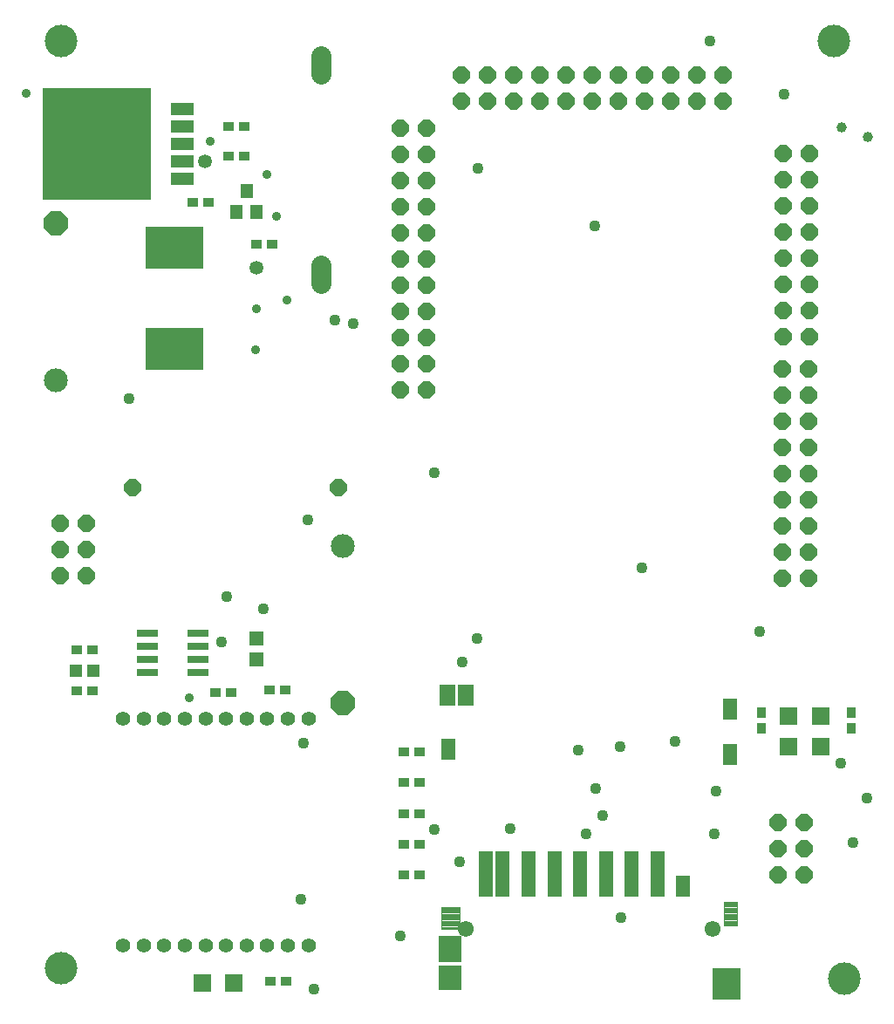
<source format=gts>
G75*
G70*
%OFA0B0*%
%FSLAX24Y24*%
%IPPOS*%
%LPD*%
%AMOC8*
5,1,8,0,0,1.08239X$1,22.5*
%
%ADD10C,0.0560*%
%ADD11R,0.0887X0.0926*%
%ADD12R,0.0887X0.1005*%
%ADD13R,0.1084X0.1202*%
%ADD14R,0.0572X0.0808*%
%ADD15R,0.0611X0.0828*%
%ADD16R,0.0532X0.1753*%
%ADD17R,0.0532X0.0847*%
%ADD18C,0.0611*%
%ADD19C,0.0040*%
%ADD20R,0.0651X0.0651*%
%ADD21R,0.0414X0.0375*%
%ADD22OC8,0.0651*%
%ADD23R,0.4158X0.4312*%
%ADD24R,0.0910X0.0480*%
%ADD25C,0.0910*%
%ADD26OC8,0.0910*%
%ADD27R,0.2186X0.1635*%
%ADD28C,0.0765*%
%ADD29R,0.0454X0.0560*%
%ADD30R,0.0375X0.0414*%
%ADD31R,0.0840X0.0270*%
%ADD32R,0.0493X0.0454*%
%ADD33R,0.0572X0.0532*%
%ADD34C,0.1241*%
%ADD35C,0.0436*%
%ADD36C,0.0350*%
%ADD37C,0.0532*%
%ADD38C,0.0397*%
D10*
X006213Y006021D03*
X007001Y006021D03*
X007788Y006021D03*
X008576Y006021D03*
X009363Y006021D03*
X010150Y006021D03*
X010938Y006021D03*
X011725Y006021D03*
X012513Y006021D03*
X013300Y006021D03*
X013300Y014682D03*
X012513Y014682D03*
X011725Y014682D03*
X010938Y014682D03*
X010150Y014682D03*
X009363Y014682D03*
X008576Y014682D03*
X007788Y014682D03*
X007001Y014682D03*
X006213Y014682D03*
D11*
X018718Y004785D03*
D12*
X018718Y005868D03*
D13*
X029269Y004549D03*
D14*
X029426Y013329D03*
X029426Y015041D03*
X018639Y013506D03*
D15*
X018600Y015592D03*
X019308Y015592D03*
D16*
X020086Y008752D03*
X020726Y008752D03*
X021710Y008752D03*
X022694Y008752D03*
X023678Y008752D03*
X024663Y008752D03*
X025647Y008752D03*
X026631Y008752D03*
D17*
X027615Y008299D03*
D18*
X028757Y006655D03*
X019308Y006655D03*
D19*
X019029Y006809D02*
X018373Y006809D01*
X018373Y006847D02*
X019049Y006847D01*
X019062Y006872D02*
X018983Y006724D01*
X018983Y006655D01*
X018373Y006655D01*
X018373Y007482D01*
X019062Y007482D01*
X019062Y006872D01*
X019062Y006886D02*
X018373Y006886D01*
X018373Y006924D02*
X019062Y006924D01*
X019062Y006963D02*
X018373Y006963D01*
X018373Y007001D02*
X019062Y007001D01*
X019062Y007040D02*
X018373Y007040D01*
X018373Y007078D02*
X019062Y007078D01*
X019062Y007117D02*
X018373Y007117D01*
X018373Y007155D02*
X019062Y007155D01*
X019062Y007194D02*
X018373Y007194D01*
X018373Y007232D02*
X019062Y007232D01*
X019062Y007271D02*
X018373Y007271D01*
X018373Y007309D02*
X019062Y007309D01*
X019062Y007348D02*
X018373Y007348D01*
X018373Y007386D02*
X019062Y007386D01*
X019062Y007425D02*
X018373Y007425D01*
X018373Y007463D02*
X019062Y007463D01*
X019008Y006770D02*
X018373Y006770D01*
X018373Y006732D02*
X018988Y006732D01*
X018983Y006693D02*
X018373Y006693D01*
X029170Y006774D02*
X029170Y007679D01*
X029682Y007679D01*
X029682Y006774D01*
X029170Y006774D01*
X029170Y006809D02*
X029682Y006809D01*
X029682Y006847D02*
X029170Y006847D01*
X029170Y006886D02*
X029682Y006886D01*
X029682Y006924D02*
X029170Y006924D01*
X029170Y006963D02*
X029682Y006963D01*
X029682Y007001D02*
X029170Y007001D01*
X029170Y007040D02*
X029682Y007040D01*
X029682Y007078D02*
X029170Y007078D01*
X029170Y007117D02*
X029682Y007117D01*
X029682Y007155D02*
X029170Y007155D01*
X029170Y007194D02*
X029682Y007194D01*
X029682Y007232D02*
X029170Y007232D01*
X029170Y007271D02*
X029682Y007271D01*
X029682Y007309D02*
X029170Y007309D01*
X029170Y007348D02*
X029682Y007348D01*
X029682Y007386D02*
X029170Y007386D01*
X029170Y007425D02*
X029682Y007425D01*
X029682Y007463D02*
X029170Y007463D01*
X029170Y007502D02*
X029682Y007502D01*
X029682Y007540D02*
X029170Y007540D01*
X029170Y007579D02*
X029682Y007579D01*
X029682Y007617D02*
X029170Y007617D01*
X029170Y007656D02*
X029682Y007656D01*
D20*
X031627Y013621D03*
X031627Y014799D03*
X032867Y014799D03*
X032867Y013621D03*
X010433Y004581D03*
X009255Y004581D03*
D21*
X011854Y004655D03*
X012454Y004655D03*
X016929Y008702D03*
X017529Y008702D03*
X017529Y009883D03*
X016929Y009883D03*
X016929Y011064D03*
X017529Y011064D03*
X017529Y012246D03*
X016929Y012246D03*
X016929Y013427D03*
X017529Y013427D03*
X012411Y015789D03*
X011811Y015789D03*
X010349Y015677D03*
X009749Y015677D03*
X005033Y015757D03*
X004433Y015757D03*
X004433Y017301D03*
X005033Y017301D03*
X011315Y032816D03*
X011915Y032816D03*
X009490Y034427D03*
X008890Y034427D03*
X010236Y036194D03*
X010836Y036194D03*
X010836Y037324D03*
X010236Y037324D03*
D22*
X016813Y037251D03*
X016813Y036251D03*
X016813Y035251D03*
X016813Y034251D03*
X016813Y033251D03*
X016813Y032251D03*
X016813Y031251D03*
X016813Y030251D03*
X016813Y029251D03*
X016813Y028251D03*
X016813Y027251D03*
X017813Y027251D03*
X017813Y028251D03*
X017813Y029251D03*
X017813Y030251D03*
X017813Y031251D03*
X017813Y032251D03*
X017813Y033251D03*
X017813Y034251D03*
X017813Y035251D03*
X017813Y036251D03*
X017813Y037251D03*
X019150Y038289D03*
X019150Y039289D03*
X020150Y039289D03*
X020150Y038289D03*
X021150Y038289D03*
X021150Y039289D03*
X022150Y039289D03*
X022150Y038289D03*
X023150Y038289D03*
X023150Y039289D03*
X024150Y039289D03*
X024150Y038289D03*
X025150Y038289D03*
X025150Y039289D03*
X026150Y039289D03*
X026150Y038289D03*
X027150Y038289D03*
X027150Y039289D03*
X028150Y039289D03*
X028150Y038289D03*
X029150Y038289D03*
X029150Y039289D03*
X031427Y036295D03*
X031427Y035295D03*
X031427Y034295D03*
X031427Y033295D03*
X031427Y032295D03*
X031427Y031295D03*
X031427Y030295D03*
X031427Y029295D03*
X032427Y029295D03*
X032427Y030295D03*
X032427Y031295D03*
X032427Y032295D03*
X032427Y033295D03*
X032427Y034295D03*
X032427Y035295D03*
X032427Y036295D03*
X032425Y028039D03*
X032425Y027039D03*
X031425Y027039D03*
X031425Y028039D03*
X031425Y026039D03*
X031425Y025039D03*
X031425Y024039D03*
X031425Y023039D03*
X031425Y022039D03*
X031425Y021039D03*
X031425Y020039D03*
X032425Y020039D03*
X032425Y021039D03*
X032425Y022039D03*
X032425Y023039D03*
X032425Y024039D03*
X032425Y025039D03*
X032425Y026039D03*
X032257Y010714D03*
X032257Y009714D03*
X032257Y008714D03*
X031257Y008714D03*
X031257Y009714D03*
X031257Y010714D03*
X014446Y023525D03*
X006572Y023525D03*
X004812Y022147D03*
X004812Y021147D03*
X004812Y020147D03*
X003812Y020147D03*
X003812Y021147D03*
X003812Y022147D03*
D23*
X005205Y036655D03*
D24*
X008485Y036655D03*
X008485Y035985D03*
X008485Y035315D03*
X008485Y037325D03*
X008485Y037995D03*
D25*
X003654Y027612D03*
X014599Y021289D03*
D26*
X014599Y015289D03*
X003654Y033612D03*
D27*
X008174Y032679D03*
X008174Y028820D03*
D28*
X013792Y031314D02*
X013792Y032019D01*
X013792Y039314D02*
X013792Y040019D01*
D29*
X010930Y034844D03*
X011304Y034057D03*
X010556Y034057D03*
D30*
X030615Y014908D03*
X030615Y014308D03*
X034040Y014308D03*
X034040Y014908D03*
D31*
X009085Y016448D03*
X009085Y016948D03*
X009085Y017448D03*
X009085Y017948D03*
X007145Y017948D03*
X007145Y017448D03*
X007145Y016948D03*
X007145Y016448D03*
D32*
X005068Y016527D03*
X004398Y016527D03*
D33*
X011324Y016964D03*
X011324Y017764D03*
D34*
X003843Y005159D03*
X003843Y040592D03*
X033371Y040592D03*
X033765Y004765D03*
D35*
X034095Y009950D03*
X034635Y011640D03*
X033645Y012990D03*
X030545Y018020D03*
X027305Y013820D03*
X025225Y013620D03*
X024265Y012000D03*
X024535Y010980D03*
X023915Y010280D03*
X023615Y013480D03*
X020995Y010470D03*
X019075Y009230D03*
X018125Y010450D03*
X016825Y006380D03*
X013525Y004360D03*
X013025Y007790D03*
X013105Y013750D03*
X009975Y017600D03*
X010185Y019360D03*
X011565Y018890D03*
X013275Y022270D03*
X018095Y024070D03*
X015005Y029790D03*
X014315Y029900D03*
X019775Y035700D03*
X024255Y033530D03*
X028655Y040590D03*
X031465Y038560D03*
X026035Y020450D03*
X019755Y017740D03*
X019165Y016850D03*
X025245Y007080D03*
X028795Y010280D03*
X028885Y011910D03*
X006455Y026900D03*
D36*
X011275Y028790D03*
X011324Y030356D03*
X012475Y030690D03*
X012075Y033890D03*
X011715Y035480D03*
X009552Y036734D03*
X002499Y038598D03*
X008735Y015492D03*
D37*
X011324Y031931D03*
X009355Y035986D03*
D38*
X033685Y037280D03*
X034665Y036930D03*
M02*

</source>
